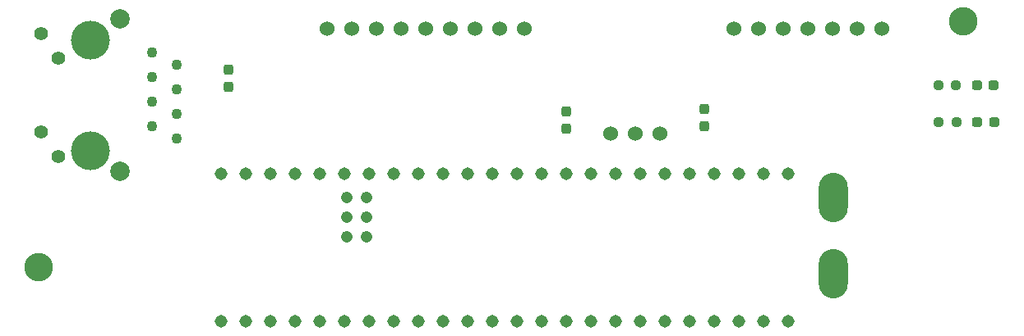
<source format=gbr>
%TF.GenerationSoftware,KiCad,Pcbnew,7.0.7*%
%TF.CreationDate,2023-11-04T22:27:46-05:00*%
%TF.ProjectId,FlourometerBoard_Hardware,466c6f75-726f-46d6-9574-6572426f6172,rev?*%
%TF.SameCoordinates,Original*%
%TF.FileFunction,Soldermask,Top*%
%TF.FilePolarity,Negative*%
%FSLAX46Y46*%
G04 Gerber Fmt 4.6, Leading zero omitted, Abs format (unit mm)*
G04 Created by KiCad (PCBNEW 7.0.7) date 2023-11-04 22:27:46*
%MOMM*%
%LPD*%
G01*
G04 APERTURE LIST*
G04 Aperture macros list*
%AMRoundRect*
0 Rectangle with rounded corners*
0 $1 Rounding radius*
0 $2 $3 $4 $5 $6 $7 $8 $9 X,Y pos of 4 corners*
0 Add a 4 corners polygon primitive as box body*
4,1,4,$2,$3,$4,$5,$6,$7,$8,$9,$2,$3,0*
0 Add four circle primitives for the rounded corners*
1,1,$1+$1,$2,$3*
1,1,$1+$1,$4,$5*
1,1,$1+$1,$6,$7*
1,1,$1+$1,$8,$9*
0 Add four rect primitives between the rounded corners*
20,1,$1+$1,$2,$3,$4,$5,0*
20,1,$1+$1,$4,$5,$6,$7,0*
20,1,$1+$1,$6,$7,$8,$9,0*
20,1,$1+$1,$8,$9,$2,$3,0*%
G04 Aperture macros list end*
%ADD10RoundRect,0.237500X0.287500X0.237500X-0.287500X0.237500X-0.287500X-0.237500X0.287500X-0.237500X0*%
%ADD11C,1.524000*%
%ADD12RoundRect,0.237500X-0.250000X-0.237500X0.250000X-0.237500X0.250000X0.237500X-0.250000X0.237500X0*%
%ADD13C,1.308000*%
%ADD14C,1.208000*%
%ADD15RoundRect,0.237500X0.237500X-0.300000X0.237500X0.300000X-0.237500X0.300000X-0.237500X-0.300000X0*%
%ADD16C,2.946400*%
%ADD17O,3.000000X5.100000*%
%ADD18C,1.100000*%
%ADD19C,1.400000*%
%ADD20C,4.000000*%
%ADD21C,2.000000*%
G04 APERTURE END LIST*
D10*
%TO.C,D2*%
X142353000Y-92202000D03*
X140603000Y-92202000D03*
%TD*%
D11*
%TO.C,Conn2*%
X73660000Y-86360000D03*
X76200000Y-86360000D03*
X78740000Y-86360000D03*
X81280000Y-86360000D03*
X83820000Y-86360000D03*
X86360000Y-86360000D03*
X88900000Y-86360000D03*
X91440000Y-86360000D03*
X93980000Y-86360000D03*
%TD*%
%TO.C,U3*%
X107950000Y-97155000D03*
X105410000Y-97155000D03*
X102870000Y-97155000D03*
%TD*%
D12*
%TO.C,R1*%
X136652000Y-96012000D03*
X138477000Y-96012000D03*
%TD*%
D10*
%TO.C,D1*%
X142400000Y-96012000D03*
X140650000Y-96012000D03*
%TD*%
D13*
%TO.C,U1*%
X65278000Y-116586000D03*
X67818000Y-116586000D03*
X70358000Y-116586000D03*
X72898000Y-116586000D03*
X98298000Y-116586000D03*
X67818000Y-101346000D03*
X75438000Y-116586000D03*
X77978000Y-116586000D03*
X80518000Y-116586000D03*
X83058000Y-116586000D03*
X85598000Y-116586000D03*
X88138000Y-116586000D03*
X90678000Y-116586000D03*
X93218000Y-116586000D03*
X95758000Y-116586000D03*
X95758000Y-101346000D03*
X93218000Y-101346000D03*
X90678000Y-101346000D03*
X88138000Y-101346000D03*
X85598000Y-101346000D03*
X83058000Y-101346000D03*
X80518000Y-101346000D03*
X77978000Y-101346000D03*
X75438000Y-101346000D03*
X72898000Y-101346000D03*
X70358000Y-101346000D03*
X100838000Y-116586000D03*
X103378000Y-116586000D03*
X105918000Y-116586000D03*
X108458000Y-116586000D03*
X110998000Y-116586000D03*
X113538000Y-116586000D03*
X116078000Y-116586000D03*
X118618000Y-116586000D03*
X121158000Y-116586000D03*
X121158000Y-101346000D03*
X118618000Y-101346000D03*
X116078000Y-101346000D03*
X113538000Y-101346000D03*
X110998000Y-101346000D03*
X108458000Y-101346000D03*
X105918000Y-101346000D03*
X103378000Y-101346000D03*
X100838000Y-101346000D03*
X62738000Y-116586000D03*
X98298000Y-101346000D03*
X65278000Y-101346000D03*
D14*
X77708000Y-105796000D03*
X75708000Y-105796000D03*
X75708000Y-103796000D03*
X77708000Y-103796000D03*
X77708000Y-107796000D03*
X75708000Y-107796000D03*
D13*
X62738000Y-101346000D03*
%TD*%
D15*
%TO.C,C4*%
X112522000Y-96366500D03*
X112522000Y-94641500D03*
%TD*%
D16*
%TO.C,REF\u002A\u002A*%
X139192000Y-85598000D03*
%TD*%
D17*
%TO.C,Conn1*%
X125794800Y-111633000D03*
X125794800Y-103759000D03*
%TD*%
D15*
%TO.C,C1*%
X63500000Y-92302500D03*
X63500000Y-90577500D03*
%TD*%
%TO.C,C5*%
X98298000Y-96620500D03*
X98298000Y-94895500D03*
%TD*%
D16*
%TO.C,REF\u002A\u002A*%
X43942000Y-110998000D03*
%TD*%
D11*
%TO.C,Conn3*%
X115570000Y-86360000D03*
X118110000Y-86360000D03*
X120650000Y-86360000D03*
X123190000Y-86360000D03*
X125730000Y-86360000D03*
X128270000Y-86360000D03*
X130810000Y-86360000D03*
%TD*%
D18*
%TO.C,J1*%
X55626000Y-88748000D03*
X58166000Y-90018000D03*
X55626000Y-91288000D03*
X58166000Y-92558000D03*
X55626000Y-93828000D03*
X58166000Y-95098000D03*
X55626000Y-96368000D03*
X58166000Y-97638000D03*
D19*
X44196000Y-86868000D03*
X45986000Y-89408000D03*
X44196000Y-96978000D03*
X45986000Y-99518000D03*
D20*
X49276000Y-87478000D03*
X49276000Y-98908000D03*
D21*
X52326000Y-85318000D03*
X52326000Y-101068000D03*
%TD*%
D12*
%TO.C,R2*%
X136605000Y-92202000D03*
X138430000Y-92202000D03*
%TD*%
M02*

</source>
